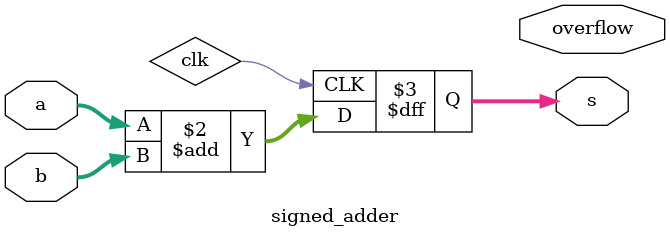
<source format=v>

module signed_adder(input [7:0] a,
    input [7:0] b,
    output [7:0] s,
    output overflow
); 

// The numbers a and b are added to the output s. 
// assign the occurence of the signed overflow of a and b to the output overflow.
// a signed overflow occurs if the most significant bits of a and b are low and the most significant bit of s is high
// a signed overflow may also occur if the most significant bits of a and b are high and the most significant bit of s is low


// The code below uses bit instructions that may result in a 
// signed overflow. It is not guaranteed to generate a correct result.

always @(posedge clk)
  begin
    s <= a + b;
  end
endmodule

</source>
